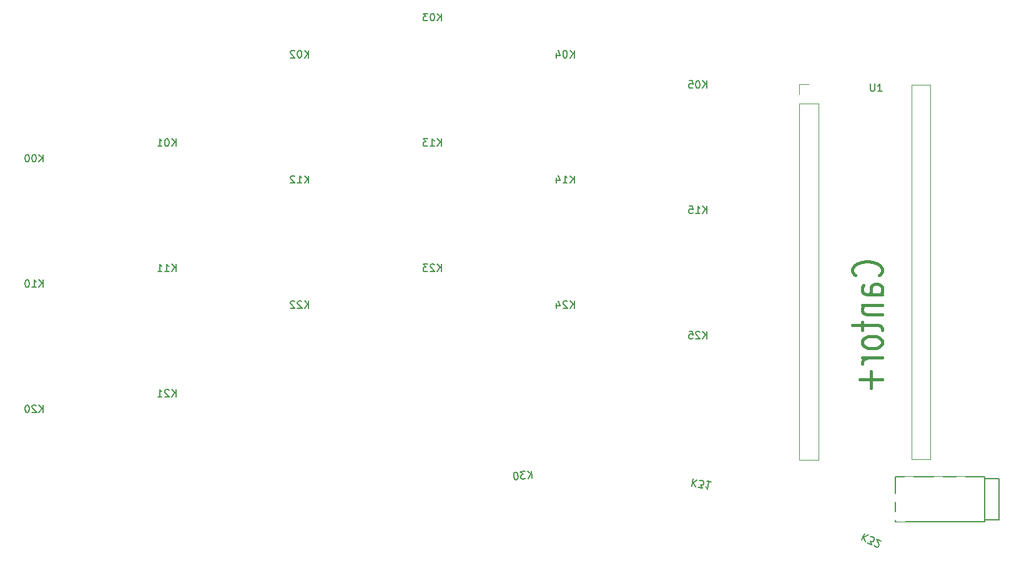
<source format=gbo>
%TF.GenerationSoftware,KiCad,Pcbnew,(6.0.5)*%
%TF.CreationDate,2022-07-18T13:28:33+02:00*%
%TF.ProjectId,cantorplus,63616e74-6f72-4706-9c75-732e6b696361,rev1.0*%
%TF.SameCoordinates,Original*%
%TF.FileFunction,Legend,Bot*%
%TF.FilePolarity,Positive*%
%FSLAX46Y46*%
G04 Gerber Fmt 4.6, Leading zero omitted, Abs format (unit mm)*
G04 Created by KiCad (PCBNEW (6.0.5)) date 2022-07-18 13:28:33*
%MOMM*%
%LPD*%
G01*
G04 APERTURE LIST*
%ADD10C,0.400000*%
%ADD11C,0.150000*%
%ADD12C,0.120000*%
%ADD13C,1.701800*%
%ADD14C,3.429000*%
%ADD15C,0.990600*%
%ADD16C,2.032000*%
%ADD17C,0.800000*%
%ADD18O,2.000000X1.600000*%
%ADD19R,1.700000X1.700000*%
%ADD20C,1.700000*%
G04 APERTURE END LIST*
D10*
X188578571Y-77614285D02*
X188769047Y-77471428D01*
X188959523Y-77042857D01*
X188959523Y-76757142D01*
X188769047Y-76328571D01*
X188388095Y-76042857D01*
X188007142Y-75900000D01*
X187245238Y-75757142D01*
X186673809Y-75757142D01*
X185911904Y-75900000D01*
X185530952Y-76042857D01*
X185150000Y-76328571D01*
X184959523Y-76757142D01*
X184959523Y-77042857D01*
X185150000Y-77471428D01*
X185340476Y-77614285D01*
X188959523Y-80185714D02*
X186864285Y-80185714D01*
X186483333Y-80042857D01*
X186292857Y-79757142D01*
X186292857Y-79185714D01*
X186483333Y-78900000D01*
X188769047Y-80185714D02*
X188959523Y-79900000D01*
X188959523Y-79185714D01*
X188769047Y-78900000D01*
X188388095Y-78757142D01*
X188007142Y-78757142D01*
X187626190Y-78900000D01*
X187435714Y-79185714D01*
X187435714Y-79900000D01*
X187245238Y-80185714D01*
X186292857Y-81614285D02*
X188959523Y-81614285D01*
X186673809Y-81614285D02*
X186483333Y-81757142D01*
X186292857Y-82042857D01*
X186292857Y-82471428D01*
X186483333Y-82757142D01*
X186864285Y-82900000D01*
X188959523Y-82900000D01*
X186292857Y-83900000D02*
X186292857Y-85042857D01*
X184959523Y-84328571D02*
X188388095Y-84328571D01*
X188769047Y-84471428D01*
X188959523Y-84757142D01*
X188959523Y-85042857D01*
X188959523Y-86471428D02*
X188769047Y-86185714D01*
X188578571Y-86042857D01*
X188197619Y-85900000D01*
X187054761Y-85900000D01*
X186673809Y-86042857D01*
X186483333Y-86185714D01*
X186292857Y-86471428D01*
X186292857Y-86900000D01*
X186483333Y-87185714D01*
X186673809Y-87328571D01*
X187054761Y-87471428D01*
X188197619Y-87471428D01*
X188578571Y-87328571D01*
X188769047Y-87185714D01*
X188959523Y-86900000D01*
X188959523Y-86471428D01*
X188959523Y-88757142D02*
X186292857Y-88757142D01*
X187054761Y-88757142D02*
X186673809Y-88900000D01*
X186483333Y-89042857D01*
X186292857Y-89328571D01*
X186292857Y-89614285D01*
X187435714Y-90614285D02*
X187435714Y-92900000D01*
X188959523Y-91757142D02*
X185911904Y-91757142D01*
D11*
%TO.C,K25*%
X165214285Y-86197380D02*
X165214285Y-85197380D01*
X164642857Y-86197380D02*
X165071428Y-85625952D01*
X164642857Y-85197380D02*
X165214285Y-85768809D01*
X164261904Y-85292619D02*
X164214285Y-85245000D01*
X164119047Y-85197380D01*
X163880952Y-85197380D01*
X163785714Y-85245000D01*
X163738095Y-85292619D01*
X163690476Y-85387857D01*
X163690476Y-85483095D01*
X163738095Y-85625952D01*
X164309523Y-86197380D01*
X163690476Y-86197380D01*
X162785714Y-85197380D02*
X163261904Y-85197380D01*
X163309523Y-85673571D01*
X163261904Y-85625952D01*
X163166666Y-85578333D01*
X162928571Y-85578333D01*
X162833333Y-85625952D01*
X162785714Y-85673571D01*
X162738095Y-85768809D01*
X162738095Y-86006904D01*
X162785714Y-86102142D01*
X162833333Y-86149761D01*
X162928571Y-86197380D01*
X163166666Y-86197380D01*
X163261904Y-86149761D01*
X163309523Y-86102142D01*
%TO.C,K24*%
X147214285Y-82077380D02*
X147214285Y-81077380D01*
X146642857Y-82077380D02*
X147071428Y-81505952D01*
X146642857Y-81077380D02*
X147214285Y-81648809D01*
X146261904Y-81172619D02*
X146214285Y-81125000D01*
X146119047Y-81077380D01*
X145880952Y-81077380D01*
X145785714Y-81125000D01*
X145738095Y-81172619D01*
X145690476Y-81267857D01*
X145690476Y-81363095D01*
X145738095Y-81505952D01*
X146309523Y-82077380D01*
X145690476Y-82077380D01*
X144833333Y-81410714D02*
X144833333Y-82077380D01*
X145071428Y-81029761D02*
X145309523Y-81744047D01*
X144690476Y-81744047D01*
%TO.C,K21*%
X93214285Y-94077380D02*
X93214285Y-93077380D01*
X92642857Y-94077380D02*
X93071428Y-93505952D01*
X92642857Y-93077380D02*
X93214285Y-93648809D01*
X92261904Y-93172619D02*
X92214285Y-93125000D01*
X92119047Y-93077380D01*
X91880952Y-93077380D01*
X91785714Y-93125000D01*
X91738095Y-93172619D01*
X91690476Y-93267857D01*
X91690476Y-93363095D01*
X91738095Y-93505952D01*
X92309523Y-94077380D01*
X91690476Y-94077380D01*
X90738095Y-94077380D02*
X91309523Y-94077380D01*
X91023809Y-94077380D02*
X91023809Y-93077380D01*
X91119047Y-93220238D01*
X91214285Y-93315476D01*
X91309523Y-93363095D01*
%TO.C,K02*%
X111214285Y-48077380D02*
X111214285Y-47077380D01*
X110642857Y-48077380D02*
X111071428Y-47505952D01*
X110642857Y-47077380D02*
X111214285Y-47648809D01*
X110023809Y-47077380D02*
X109928571Y-47077380D01*
X109833333Y-47125000D01*
X109785714Y-47172619D01*
X109738095Y-47267857D01*
X109690476Y-47458333D01*
X109690476Y-47696428D01*
X109738095Y-47886904D01*
X109785714Y-47982142D01*
X109833333Y-48029761D01*
X109928571Y-48077380D01*
X110023809Y-48077380D01*
X110119047Y-48029761D01*
X110166666Y-47982142D01*
X110214285Y-47886904D01*
X110261904Y-47696428D01*
X110261904Y-47458333D01*
X110214285Y-47267857D01*
X110166666Y-47172619D01*
X110119047Y-47125000D01*
X110023809Y-47077380D01*
X109309523Y-47172619D02*
X109261904Y-47125000D01*
X109166666Y-47077380D01*
X108928571Y-47077380D01*
X108833333Y-47125000D01*
X108785714Y-47172619D01*
X108738095Y-47267857D01*
X108738095Y-47363095D01*
X108785714Y-47505952D01*
X109357142Y-48077380D01*
X108738095Y-48077380D01*
%TO.C,K10*%
X75214285Y-79197380D02*
X75214285Y-78197380D01*
X74642857Y-79197380D02*
X75071428Y-78625952D01*
X74642857Y-78197380D02*
X75214285Y-78768809D01*
X73690476Y-79197380D02*
X74261904Y-79197380D01*
X73976190Y-79197380D02*
X73976190Y-78197380D01*
X74071428Y-78340238D01*
X74166666Y-78435476D01*
X74261904Y-78483095D01*
X73071428Y-78197380D02*
X72976190Y-78197380D01*
X72880952Y-78245000D01*
X72833333Y-78292619D01*
X72785714Y-78387857D01*
X72738095Y-78578333D01*
X72738095Y-78816428D01*
X72785714Y-79006904D01*
X72833333Y-79102142D01*
X72880952Y-79149761D01*
X72976190Y-79197380D01*
X73071428Y-79197380D01*
X73166666Y-79149761D01*
X73214285Y-79102142D01*
X73261904Y-79006904D01*
X73309523Y-78816428D01*
X73309523Y-78578333D01*
X73261904Y-78387857D01*
X73214285Y-78292619D01*
X73166666Y-78245000D01*
X73071428Y-78197380D01*
%TO.C,K04*%
X147214285Y-48077380D02*
X147214285Y-47077380D01*
X146642857Y-48077380D02*
X147071428Y-47505952D01*
X146642857Y-47077380D02*
X147214285Y-47648809D01*
X146023809Y-47077380D02*
X145928571Y-47077380D01*
X145833333Y-47125000D01*
X145785714Y-47172619D01*
X145738095Y-47267857D01*
X145690476Y-47458333D01*
X145690476Y-47696428D01*
X145738095Y-47886904D01*
X145785714Y-47982142D01*
X145833333Y-48029761D01*
X145928571Y-48077380D01*
X146023809Y-48077380D01*
X146119047Y-48029761D01*
X146166666Y-47982142D01*
X146214285Y-47886904D01*
X146261904Y-47696428D01*
X146261904Y-47458333D01*
X146214285Y-47267857D01*
X146166666Y-47172619D01*
X146119047Y-47125000D01*
X146023809Y-47077380D01*
X144833333Y-47410714D02*
X144833333Y-48077380D01*
X145071428Y-47029761D02*
X145309523Y-47744047D01*
X144690476Y-47744047D01*
%TO.C,K12*%
X111214285Y-65077380D02*
X111214285Y-64077380D01*
X110642857Y-65077380D02*
X111071428Y-64505952D01*
X110642857Y-64077380D02*
X111214285Y-64648809D01*
X109690476Y-65077380D02*
X110261904Y-65077380D01*
X109976190Y-65077380D02*
X109976190Y-64077380D01*
X110071428Y-64220238D01*
X110166666Y-64315476D01*
X110261904Y-64363095D01*
X109309523Y-64172619D02*
X109261904Y-64125000D01*
X109166666Y-64077380D01*
X108928571Y-64077380D01*
X108833333Y-64125000D01*
X108785714Y-64172619D01*
X108738095Y-64267857D01*
X108738095Y-64363095D01*
X108785714Y-64505952D01*
X109357142Y-65077380D01*
X108738095Y-65077380D01*
%TO.C,K30*%
X141529621Y-105121240D02*
X141442465Y-104125045D01*
X140960367Y-105171043D02*
X141337504Y-104564437D01*
X140873211Y-104174849D02*
X141492269Y-104694299D01*
X140541146Y-104203901D02*
X139924454Y-104257854D01*
X140289721Y-104608305D01*
X140147408Y-104620756D01*
X140056683Y-104676494D01*
X140013395Y-104728082D01*
X139974258Y-104827108D01*
X139995009Y-105064297D01*
X140050747Y-105155023D01*
X140102336Y-105198310D01*
X140201361Y-105237448D01*
X140485989Y-105212546D01*
X140576714Y-105156808D01*
X140620002Y-105105220D01*
X139307762Y-104311808D02*
X139212887Y-104320108D01*
X139122161Y-104375847D01*
X139078874Y-104427435D01*
X139039736Y-104526461D01*
X139008900Y-104720362D01*
X139029651Y-104957552D01*
X139093690Y-105143153D01*
X139149428Y-105233878D01*
X139201017Y-105277166D01*
X139300042Y-105316303D01*
X139394918Y-105308002D01*
X139485644Y-105252264D01*
X139528931Y-105200676D01*
X139568068Y-105101650D01*
X139598905Y-104907748D01*
X139578154Y-104670559D01*
X139514115Y-104484958D01*
X139458376Y-104394233D01*
X139406788Y-104350945D01*
X139307762Y-104311808D01*
%TO.C,K01*%
X93214285Y-60077380D02*
X93214285Y-59077380D01*
X92642857Y-60077380D02*
X93071428Y-59505952D01*
X92642857Y-59077380D02*
X93214285Y-59648809D01*
X92023809Y-59077380D02*
X91928571Y-59077380D01*
X91833333Y-59125000D01*
X91785714Y-59172619D01*
X91738095Y-59267857D01*
X91690476Y-59458333D01*
X91690476Y-59696428D01*
X91738095Y-59886904D01*
X91785714Y-59982142D01*
X91833333Y-60029761D01*
X91928571Y-60077380D01*
X92023809Y-60077380D01*
X92119047Y-60029761D01*
X92166666Y-59982142D01*
X92214285Y-59886904D01*
X92261904Y-59696428D01*
X92261904Y-59458333D01*
X92214285Y-59267857D01*
X92166666Y-59172619D01*
X92119047Y-59125000D01*
X92023809Y-59077380D01*
X90738095Y-60077380D02*
X91309523Y-60077380D01*
X91023809Y-60077380D02*
X91023809Y-59077380D01*
X91119047Y-59220238D01*
X91214285Y-59315476D01*
X91309523Y-59363095D01*
%TO.C,K14*%
X147214285Y-65077380D02*
X147214285Y-64077380D01*
X146642857Y-65077380D02*
X147071428Y-64505952D01*
X146642857Y-64077380D02*
X147214285Y-64648809D01*
X145690476Y-65077380D02*
X146261904Y-65077380D01*
X145976190Y-65077380D02*
X145976190Y-64077380D01*
X146071428Y-64220238D01*
X146166666Y-64315476D01*
X146261904Y-64363095D01*
X144833333Y-64410714D02*
X144833333Y-65077380D01*
X145071428Y-64029761D02*
X145309523Y-64744047D01*
X144690476Y-64744047D01*
%TO.C,K23*%
X129214285Y-77077380D02*
X129214285Y-76077380D01*
X128642857Y-77077380D02*
X129071428Y-76505952D01*
X128642857Y-76077380D02*
X129214285Y-76648809D01*
X128261904Y-76172619D02*
X128214285Y-76125000D01*
X128119047Y-76077380D01*
X127880952Y-76077380D01*
X127785714Y-76125000D01*
X127738095Y-76172619D01*
X127690476Y-76267857D01*
X127690476Y-76363095D01*
X127738095Y-76505952D01*
X128309523Y-77077380D01*
X127690476Y-77077380D01*
X127357142Y-76077380D02*
X126738095Y-76077380D01*
X127071428Y-76458333D01*
X126928571Y-76458333D01*
X126833333Y-76505952D01*
X126785714Y-76553571D01*
X126738095Y-76648809D01*
X126738095Y-76886904D01*
X126785714Y-76982142D01*
X126833333Y-77029761D01*
X126928571Y-77077380D01*
X127214285Y-77077380D01*
X127309523Y-77029761D01*
X127357142Y-76982142D01*
%TO.C,K03*%
X129214285Y-43077380D02*
X129214285Y-42077380D01*
X128642857Y-43077380D02*
X129071428Y-42505952D01*
X128642857Y-42077380D02*
X129214285Y-42648809D01*
X128023809Y-42077380D02*
X127928571Y-42077380D01*
X127833333Y-42125000D01*
X127785714Y-42172619D01*
X127738095Y-42267857D01*
X127690476Y-42458333D01*
X127690476Y-42696428D01*
X127738095Y-42886904D01*
X127785714Y-42982142D01*
X127833333Y-43029761D01*
X127928571Y-43077380D01*
X128023809Y-43077380D01*
X128119047Y-43029761D01*
X128166666Y-42982142D01*
X128214285Y-42886904D01*
X128261904Y-42696428D01*
X128261904Y-42458333D01*
X128214285Y-42267857D01*
X128166666Y-42172619D01*
X128119047Y-42125000D01*
X128023809Y-42077380D01*
X127357142Y-42077380D02*
X126738095Y-42077380D01*
X127071428Y-42458333D01*
X126928571Y-42458333D01*
X126833333Y-42505952D01*
X126785714Y-42553571D01*
X126738095Y-42648809D01*
X126738095Y-42886904D01*
X126785714Y-42982142D01*
X126833333Y-43029761D01*
X126928571Y-43077380D01*
X127214285Y-43077380D01*
X127309523Y-43029761D01*
X127357142Y-42982142D01*
%TO.C,K22*%
X111214285Y-82077380D02*
X111214285Y-81077380D01*
X110642857Y-82077380D02*
X111071428Y-81505952D01*
X110642857Y-81077380D02*
X111214285Y-81648809D01*
X110261904Y-81172619D02*
X110214285Y-81125000D01*
X110119047Y-81077380D01*
X109880952Y-81077380D01*
X109785714Y-81125000D01*
X109738095Y-81172619D01*
X109690476Y-81267857D01*
X109690476Y-81363095D01*
X109738095Y-81505952D01*
X110309523Y-82077380D01*
X109690476Y-82077380D01*
X109309523Y-81172619D02*
X109261904Y-81125000D01*
X109166666Y-81077380D01*
X108928571Y-81077380D01*
X108833333Y-81125000D01*
X108785714Y-81172619D01*
X108738095Y-81267857D01*
X108738095Y-81363095D01*
X108785714Y-81505952D01*
X109357142Y-82077380D01*
X108738095Y-82077380D01*
%TO.C,K15*%
X165214285Y-69197380D02*
X165214285Y-68197380D01*
X164642857Y-69197380D02*
X165071428Y-68625952D01*
X164642857Y-68197380D02*
X165214285Y-68768809D01*
X163690476Y-69197380D02*
X164261904Y-69197380D01*
X163976190Y-69197380D02*
X163976190Y-68197380D01*
X164071428Y-68340238D01*
X164166666Y-68435476D01*
X164261904Y-68483095D01*
X162785714Y-68197380D02*
X163261904Y-68197380D01*
X163309523Y-68673571D01*
X163261904Y-68625952D01*
X163166666Y-68578333D01*
X162928571Y-68578333D01*
X162833333Y-68625952D01*
X162785714Y-68673571D01*
X162738095Y-68768809D01*
X162738095Y-69006904D01*
X162785714Y-69102142D01*
X162833333Y-69149761D01*
X162928571Y-69197380D01*
X163166666Y-69197380D01*
X163261904Y-69149761D01*
X163309523Y-69102142D01*
%TO.C,K32*%
X186579381Y-112595253D02*
X186156763Y-113501561D01*
X187097272Y-112836749D02*
X186467358Y-113173517D01*
X186674653Y-113743057D02*
X186398259Y-112983670D01*
X186976756Y-113883929D02*
X187537804Y-114145550D01*
X187396698Y-113659417D01*
X187526171Y-113719791D01*
X187632611Y-113716883D01*
X187695893Y-113693851D01*
X187779300Y-113627660D01*
X187879923Y-113411873D01*
X187877015Y-113305433D01*
X187853982Y-113242151D01*
X187787792Y-113158744D01*
X187528847Y-113037996D01*
X187422407Y-113040904D01*
X187359125Y-113063937D01*
X187923313Y-114220233D02*
X187946346Y-114283515D01*
X188012536Y-114366922D01*
X188228324Y-114467545D01*
X188334763Y-114464637D01*
X188398046Y-114441604D01*
X188481453Y-114375414D01*
X188521702Y-114289099D01*
X188538918Y-114139502D01*
X188262524Y-113380115D01*
X188823572Y-113641736D01*
%TO.C,K11*%
X93214285Y-77077380D02*
X93214285Y-76077380D01*
X92642857Y-77077380D02*
X93071428Y-76505952D01*
X92642857Y-76077380D02*
X93214285Y-76648809D01*
X91690476Y-77077380D02*
X92261904Y-77077380D01*
X91976190Y-77077380D02*
X91976190Y-76077380D01*
X92071428Y-76220238D01*
X92166666Y-76315476D01*
X92261904Y-76363095D01*
X90738095Y-77077380D02*
X91309523Y-77077380D01*
X91023809Y-77077380D02*
X91023809Y-76077380D01*
X91119047Y-76220238D01*
X91214285Y-76315476D01*
X91309523Y-76363095D01*
%TO.C,U1*%
X187392050Y-51604372D02*
X187392050Y-52413896D01*
X187439669Y-52509134D01*
X187487288Y-52556753D01*
X187582526Y-52604372D01*
X187773002Y-52604372D01*
X187868240Y-52556753D01*
X187915859Y-52509134D01*
X187963478Y-52413896D01*
X187963478Y-51604372D01*
X188963478Y-52604372D02*
X188392050Y-52604372D01*
X188677764Y-52604372D02*
X188677764Y-51604372D01*
X188582526Y-51747230D01*
X188487288Y-51842468D01*
X188392050Y-51890087D01*
%TO.C,K05*%
X165214285Y-52197380D02*
X165214285Y-51197380D01*
X164642857Y-52197380D02*
X165071428Y-51625952D01*
X164642857Y-51197380D02*
X165214285Y-51768809D01*
X164023809Y-51197380D02*
X163928571Y-51197380D01*
X163833333Y-51245000D01*
X163785714Y-51292619D01*
X163738095Y-51387857D01*
X163690476Y-51578333D01*
X163690476Y-51816428D01*
X163738095Y-52006904D01*
X163785714Y-52102142D01*
X163833333Y-52149761D01*
X163928571Y-52197380D01*
X164023809Y-52197380D01*
X164119047Y-52149761D01*
X164166666Y-52102142D01*
X164214285Y-52006904D01*
X164261904Y-51816428D01*
X164261904Y-51578333D01*
X164214285Y-51387857D01*
X164166666Y-51292619D01*
X164119047Y-51245000D01*
X164023809Y-51197380D01*
X162785714Y-51197380D02*
X163261904Y-51197380D01*
X163309523Y-51673571D01*
X163261904Y-51625952D01*
X163166666Y-51578333D01*
X162928571Y-51578333D01*
X162833333Y-51625952D01*
X162785714Y-51673571D01*
X162738095Y-51768809D01*
X162738095Y-52006904D01*
X162785714Y-52102142D01*
X162833333Y-52149761D01*
X162928571Y-52197380D01*
X163166666Y-52197380D01*
X163261904Y-52149761D01*
X163309523Y-52102142D01*
%TO.C,K20*%
X75214285Y-96197380D02*
X75214285Y-95197380D01*
X74642857Y-96197380D02*
X75071428Y-95625952D01*
X74642857Y-95197380D02*
X75214285Y-95768809D01*
X74261904Y-95292619D02*
X74214285Y-95245000D01*
X74119047Y-95197380D01*
X73880952Y-95197380D01*
X73785714Y-95245000D01*
X73738095Y-95292619D01*
X73690476Y-95387857D01*
X73690476Y-95483095D01*
X73738095Y-95625952D01*
X74309523Y-96197380D01*
X73690476Y-96197380D01*
X73071428Y-95197380D02*
X72976190Y-95197380D01*
X72880952Y-95245000D01*
X72833333Y-95292619D01*
X72785714Y-95387857D01*
X72738095Y-95578333D01*
X72738095Y-95816428D01*
X72785714Y-96006904D01*
X72833333Y-96102142D01*
X72880952Y-96149761D01*
X72976190Y-96197380D01*
X73071428Y-96197380D01*
X73166666Y-96149761D01*
X73214285Y-96102142D01*
X73261904Y-96006904D01*
X73309523Y-95816428D01*
X73309523Y-95578333D01*
X73261904Y-95387857D01*
X73214285Y-95292619D01*
X73166666Y-95245000D01*
X73071428Y-95197380D01*
%TO.C,K13*%
X129214285Y-60077380D02*
X129214285Y-59077380D01*
X128642857Y-60077380D02*
X129071428Y-59505952D01*
X128642857Y-59077380D02*
X129214285Y-59648809D01*
X127690476Y-60077380D02*
X128261904Y-60077380D01*
X127976190Y-60077380D02*
X127976190Y-59077380D01*
X128071428Y-59220238D01*
X128166666Y-59315476D01*
X128261904Y-59363095D01*
X127357142Y-59077380D02*
X126738095Y-59077380D01*
X127071428Y-59458333D01*
X126928571Y-59458333D01*
X126833333Y-59505952D01*
X126785714Y-59553571D01*
X126738095Y-59648809D01*
X126738095Y-59886904D01*
X126785714Y-59982142D01*
X126833333Y-60029761D01*
X126928571Y-60077380D01*
X127214285Y-60077380D01*
X127309523Y-60029761D01*
X127357142Y-59982142D01*
%TO.C,K00*%
X75214285Y-62197380D02*
X75214285Y-61197380D01*
X74642857Y-62197380D02*
X75071428Y-61625952D01*
X74642857Y-61197380D02*
X75214285Y-61768809D01*
X74023809Y-61197380D02*
X73928571Y-61197380D01*
X73833333Y-61245000D01*
X73785714Y-61292619D01*
X73738095Y-61387857D01*
X73690476Y-61578333D01*
X73690476Y-61816428D01*
X73738095Y-62006904D01*
X73785714Y-62102142D01*
X73833333Y-62149761D01*
X73928571Y-62197380D01*
X74023809Y-62197380D01*
X74119047Y-62149761D01*
X74166666Y-62102142D01*
X74214285Y-62006904D01*
X74261904Y-61816428D01*
X74261904Y-61578333D01*
X74214285Y-61387857D01*
X74166666Y-61292619D01*
X74119047Y-61245000D01*
X74023809Y-61197380D01*
X73071428Y-61197380D02*
X72976190Y-61197380D01*
X72880952Y-61245000D01*
X72833333Y-61292619D01*
X72785714Y-61387857D01*
X72738095Y-61578333D01*
X72738095Y-61816428D01*
X72785714Y-62006904D01*
X72833333Y-62102142D01*
X72880952Y-62149761D01*
X72976190Y-62197380D01*
X73071428Y-62197380D01*
X73166666Y-62149761D01*
X73214285Y-62102142D01*
X73261904Y-62006904D01*
X73309523Y-61816428D01*
X73309523Y-61578333D01*
X73261904Y-61387857D01*
X73214285Y-61292619D01*
X73166666Y-61245000D01*
X73071428Y-61197380D01*
%TO.C,K31*%
X163316183Y-105214045D02*
X163142534Y-106198852D01*
X163878930Y-105313272D02*
X163357642Y-105801599D01*
X163705282Y-106298080D02*
X163241762Y-105636105D01*
X164033551Y-106355963D02*
X164643194Y-106463459D01*
X164381076Y-106030412D01*
X164521763Y-106055219D01*
X164623823Y-106024861D01*
X164678988Y-105986234D01*
X164742421Y-105900712D01*
X164783766Y-105666234D01*
X164753409Y-105564174D01*
X164714782Y-105509009D01*
X164629260Y-105445576D01*
X164347886Y-105395962D01*
X164245826Y-105426320D01*
X164190661Y-105464946D01*
X165754754Y-105644031D02*
X165192007Y-105544803D01*
X165473381Y-105594417D02*
X165299732Y-106579225D01*
X165230748Y-106422000D01*
X165153495Y-106311671D01*
X165067973Y-106248237D01*
%TO.C,J1*%
X204850000Y-105200000D02*
X204850000Y-110800000D01*
X202850000Y-104950000D02*
X202850000Y-111050000D01*
X202850000Y-110800000D02*
X204850000Y-110800000D01*
X190750000Y-104950000D02*
X190750000Y-111050000D01*
X202850000Y-105200000D02*
X204850000Y-105200000D01*
X202850000Y-111050000D02*
X190750000Y-111050000D01*
X202850000Y-104950000D02*
X190750000Y-104950000D01*
D12*
%TO.C,U1*%
X195545000Y-51750000D02*
X195545000Y-102550000D01*
X177705000Y-54290000D02*
X180365000Y-54290000D01*
X177705000Y-102610000D02*
X177705000Y-54290000D01*
X195545000Y-102550000D02*
X193005000Y-102550000D01*
X193005000Y-51750000D02*
X195545000Y-51750000D01*
X193005000Y-102550000D02*
X193005000Y-51750000D01*
X177705000Y-51690000D02*
X179035000Y-51690000D01*
X180365000Y-54290000D02*
X180365000Y-102610000D01*
X180365000Y-102610000D02*
X177705000Y-102610000D01*
X177705000Y-53020000D02*
X177705000Y-51690000D01*
%TD*%
%LPC*%
D13*
%TO.C,K25*%
X158500000Y-94000000D03*
D14*
X164000000Y-94000000D03*
D15*
X169220000Y-89800000D03*
D13*
X169500000Y-94000000D03*
D15*
X158780000Y-89800000D03*
D16*
X164000000Y-99900000D03*
X169000000Y-97800000D03*
X159000000Y-97800000D03*
%TD*%
D15*
%TO.C,K24*%
X140780000Y-85680000D03*
X151220000Y-85680000D03*
D13*
X151500000Y-89880000D03*
X140500000Y-89880000D03*
D14*
X146000000Y-89880000D03*
D16*
X146000000Y-95780000D03*
X151000000Y-93680000D03*
X141000000Y-93680000D03*
%TD*%
D14*
%TO.C,K21*%
X92000000Y-101880000D03*
D15*
X86780000Y-97680000D03*
X97220000Y-97680000D03*
D13*
X86500000Y-101880000D03*
X97500000Y-101880000D03*
D16*
X92000000Y-107780000D03*
X87000000Y-105680000D03*
X97000000Y-105680000D03*
%TD*%
D13*
%TO.C,K02*%
X115500000Y-55880000D03*
X104500000Y-55880000D03*
D15*
X115220000Y-51680000D03*
X104780000Y-51680000D03*
D14*
X110000000Y-55880000D03*
D16*
X110000000Y-61780000D03*
X115000000Y-59680000D03*
X105000000Y-59680000D03*
%TD*%
D15*
%TO.C,K10*%
X68780000Y-82800000D03*
D14*
X74000000Y-87000000D03*
D13*
X68500000Y-87000000D03*
D15*
X79220000Y-82800000D03*
D13*
X79500000Y-87000000D03*
D16*
X74000000Y-92900000D03*
X69000000Y-90800000D03*
X79000000Y-90800000D03*
%TD*%
D14*
%TO.C,K04*%
X146000000Y-55880000D03*
D13*
X140500000Y-55880000D03*
D15*
X140780000Y-51680000D03*
X151220000Y-51680000D03*
D13*
X151500000Y-55880000D03*
D16*
X146000000Y-61780000D03*
X141000000Y-59680000D03*
X151000000Y-59680000D03*
%TD*%
D13*
%TO.C,K12*%
X115500000Y-72880000D03*
D15*
X104780000Y-68680000D03*
D14*
X110000000Y-72880000D03*
D15*
X115220000Y-68680000D03*
D13*
X104500000Y-72880000D03*
D16*
X110000000Y-78780000D03*
X105000000Y-76680000D03*
X115000000Y-76680000D03*
%TD*%
D13*
%TO.C,K30*%
X146479071Y-112520643D03*
D15*
X135433810Y-109270935D03*
D13*
X135520929Y-113479357D03*
D14*
X141000000Y-113000000D03*
D15*
X145834082Y-108361029D03*
D16*
X141514219Y-118877549D03*
X146312165Y-116349761D03*
X136350218Y-117221319D03*
%TD*%
D15*
%TO.C,K01*%
X86780000Y-63680000D03*
D13*
X86500000Y-67880000D03*
X97500000Y-67880000D03*
D14*
X92000000Y-67880000D03*
D15*
X97220000Y-63680000D03*
D16*
X92000000Y-73780000D03*
X87000000Y-71680000D03*
X97000000Y-71680000D03*
%TD*%
D14*
%TO.C,K14*%
X146000000Y-72880000D03*
D15*
X140780000Y-68680000D03*
D13*
X140500000Y-72880000D03*
X151500000Y-72880000D03*
D15*
X151220000Y-68680000D03*
D16*
X146000000Y-78780000D03*
X141000000Y-76680000D03*
X151000000Y-76680000D03*
%TD*%
D13*
%TO.C,K23*%
X122500000Y-84880000D03*
D15*
X122780000Y-80680000D03*
D14*
X128000000Y-84880000D03*
D13*
X133500000Y-84880000D03*
D15*
X133220000Y-80680000D03*
D16*
X128000000Y-90780000D03*
X133000000Y-88680000D03*
X123000000Y-88680000D03*
%TD*%
D14*
%TO.C,K03*%
X128000000Y-50880000D03*
D13*
X133500000Y-50880000D03*
X122500000Y-50880000D03*
D15*
X133220000Y-46680000D03*
X122780000Y-46680000D03*
D16*
X128000000Y-56780000D03*
X133000000Y-54680000D03*
X123000000Y-54680000D03*
%TD*%
D13*
%TO.C,K22*%
X115500000Y-89880000D03*
D15*
X115220000Y-85680000D03*
D13*
X104500000Y-89880000D03*
D14*
X110000000Y-89880000D03*
D15*
X104780000Y-85680000D03*
D16*
X110000000Y-95780000D03*
X105000000Y-93680000D03*
X115000000Y-93680000D03*
%TD*%
D17*
%TO.C,J1*%
X201250000Y-110100000D03*
X194250000Y-108000000D03*
X194250000Y-110100000D03*
X201250000Y-108000000D03*
D18*
X191550000Y-107800000D03*
X191550000Y-110300000D03*
X192650000Y-112400000D03*
X192650000Y-105700000D03*
X199650000Y-112400000D03*
X196650000Y-105700000D03*
X196650000Y-112400000D03*
X199650000Y-105700000D03*
%TD*%
D14*
%TO.C,K15*%
X164000000Y-77000000D03*
D15*
X158780000Y-72800000D03*
D13*
X158500000Y-77000000D03*
D15*
X169220000Y-72800000D03*
D13*
X169500000Y-77000000D03*
D16*
X164000000Y-82900000D03*
X159000000Y-80800000D03*
X169000000Y-80800000D03*
%TD*%
D15*
%TO.C,K32*%
X190505923Y-119399575D03*
D13*
X188984693Y-123324400D03*
D15*
X181044070Y-114987440D03*
D13*
X179015307Y-118675600D03*
D14*
X184000000Y-121000000D03*
D16*
X181506552Y-126347216D03*
X186925590Y-126557061D03*
X177862512Y-122330878D03*
%TD*%
D13*
%TO.C,K11*%
X97500000Y-84880000D03*
D14*
X92000000Y-84880000D03*
D15*
X86780000Y-80680000D03*
X97220000Y-80680000D03*
D13*
X86500000Y-84880000D03*
D16*
X92000000Y-90780000D03*
X97000000Y-88680000D03*
X87000000Y-88680000D03*
%TD*%
D19*
%TO.C,U1*%
X179035000Y-53020000D03*
X196935000Y-53000000D03*
D20*
X196935000Y-55540000D03*
X179035000Y-55560000D03*
X179035000Y-58100000D03*
X196935000Y-58080000D03*
X196935000Y-60620000D03*
X179035000Y-60640000D03*
X179035000Y-63180000D03*
X196935000Y-63160000D03*
X196935000Y-65700000D03*
X179035000Y-65720000D03*
X196935000Y-68240000D03*
X179035000Y-68260000D03*
X196935000Y-70780000D03*
X179035000Y-70800000D03*
X179035000Y-73340000D03*
X196935000Y-73320000D03*
X196935000Y-75860000D03*
X179035000Y-75880000D03*
X179035000Y-78420000D03*
X196935000Y-78400000D03*
X179035000Y-80960000D03*
X196935000Y-80940000D03*
X196935000Y-83480000D03*
X179035000Y-83500000D03*
X179035000Y-86040000D03*
X196935000Y-86020000D03*
X179035000Y-88580000D03*
X196935000Y-88560000D03*
X196935000Y-91100000D03*
X179035000Y-91120000D03*
X196935000Y-93640000D03*
X179035000Y-93660000D03*
X179035000Y-96200000D03*
X196935000Y-96180000D03*
X196935000Y-98720000D03*
X179035000Y-98740000D03*
X196935000Y-101260000D03*
X179035000Y-101280000D03*
X194275000Y-101280000D03*
X181695000Y-101260000D03*
X181695000Y-98720000D03*
X194275000Y-98740000D03*
X181695000Y-96180000D03*
X194275000Y-96200000D03*
X194275000Y-93660000D03*
X181695000Y-93640000D03*
X194275000Y-91120000D03*
X181695000Y-91100000D03*
X194275000Y-88580000D03*
X181695000Y-88560000D03*
X194275000Y-86040000D03*
X181695000Y-86020000D03*
X194275000Y-83500000D03*
X181695000Y-83480000D03*
X181695000Y-80940000D03*
X194275000Y-80960000D03*
X181695000Y-78400000D03*
X194275000Y-78420000D03*
X194275000Y-75880000D03*
X181695000Y-75860000D03*
X181695000Y-73320000D03*
X194275000Y-73340000D03*
X181695000Y-70780000D03*
X194275000Y-70800000D03*
X194275000Y-68260000D03*
X181695000Y-68240000D03*
X194275000Y-65720000D03*
X181695000Y-65700000D03*
X181695000Y-63160000D03*
X194275000Y-63180000D03*
X194275000Y-60640000D03*
X181695000Y-60620000D03*
X181695000Y-58080000D03*
X194275000Y-58100000D03*
X181695000Y-55540000D03*
X194275000Y-55560000D03*
X181695000Y-53000000D03*
X194275000Y-53020000D03*
%TD*%
D13*
%TO.C,K05*%
X169500000Y-60000000D03*
D15*
X169220000Y-55800000D03*
X158780000Y-55800000D03*
D14*
X164000000Y-60000000D03*
D13*
X158500000Y-60000000D03*
D16*
X164000000Y-65900000D03*
X169000000Y-63800000D03*
X159000000Y-63800000D03*
%TD*%
D13*
%TO.C,K20*%
X79500000Y-104000000D03*
D15*
X68780000Y-99800000D03*
D14*
X74000000Y-104000000D03*
D13*
X68500000Y-104000000D03*
D15*
X79220000Y-99800000D03*
D16*
X74000000Y-109900000D03*
X79000000Y-107800000D03*
X69000000Y-107800000D03*
%TD*%
D15*
%TO.C,K13*%
X122780000Y-63680000D03*
D14*
X128000000Y-67880000D03*
D13*
X122500000Y-67880000D03*
D15*
X133220000Y-63680000D03*
D13*
X133500000Y-67880000D03*
D16*
X128000000Y-73780000D03*
X123000000Y-71680000D03*
X133000000Y-71680000D03*
%TD*%
D13*
%TO.C,K00*%
X68500000Y-70000000D03*
X79500000Y-70000000D03*
D14*
X74000000Y-70000000D03*
D15*
X68780000Y-65800000D03*
X79220000Y-65800000D03*
D16*
X74000000Y-75900000D03*
X69000000Y-73800000D03*
X79000000Y-73800000D03*
%TD*%
D14*
%TO.C,K31*%
X163000000Y-114000000D03*
D15*
X158588626Y-108957364D03*
D13*
X168416443Y-114955065D03*
X157583557Y-113044935D03*
D15*
X168870019Y-110770251D03*
D16*
X161975476Y-119810366D03*
X167264176Y-118610510D03*
X157416098Y-116874029D03*
%TD*%
M02*

</source>
